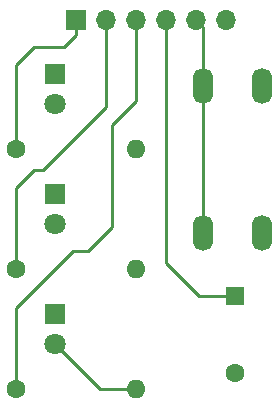
<source format=gtl>
G04 #@! TF.GenerationSoftware,KiCad,Pcbnew,(5.1.2)-1*
G04 #@! TF.CreationDate,2024-09-09T18:42:11+01:00*
G04 #@! TF.ProjectId,Starter_PCB01,53746172-7465-4725-9f50-434230312e6b,rev?*
G04 #@! TF.SameCoordinates,Original*
G04 #@! TF.FileFunction,Copper,L1,Top*
G04 #@! TF.FilePolarity,Positive*
%FSLAX46Y46*%
G04 Gerber Fmt 4.6, Leading zero omitted, Abs format (unit mm)*
G04 Created by KiCad (PCBNEW (5.1.2)-1) date 2024-09-09 18:42:11*
%MOMM*%
%LPD*%
G04 APERTURE LIST*
%ADD10O,1.727200X3.048000*%
%ADD11R,1.600000X1.600000*%
%ADD12C,1.600000*%
%ADD13C,1.800000*%
%ADD14R,1.800000X1.800000*%
%ADD15O,1.600000X1.600000*%
%ADD16R,1.700000X1.700000*%
%ADD17O,1.700000X1.700000*%
%ADD18C,0.250000*%
G04 APERTURE END LIST*
D10*
X163656000Y-77978000D03*
X168656000Y-77978000D03*
X163656000Y-90478000D03*
X168656000Y-90478000D03*
D11*
X166370000Y-95758000D03*
D12*
X166370000Y-102258000D03*
D13*
X151130000Y-79502000D03*
D14*
X151130000Y-76962000D03*
D12*
X147828000Y-93472000D03*
D15*
X157988000Y-93472000D03*
X157988000Y-83312000D03*
D12*
X147828000Y-83312000D03*
D14*
X151130000Y-87122000D03*
D13*
X151130000Y-89662000D03*
D12*
X147828000Y-103632000D03*
D15*
X157988000Y-103632000D03*
D14*
X151130000Y-97282000D03*
D13*
X151130000Y-99822000D03*
D16*
X152908000Y-72390000D03*
D17*
X155448000Y-72390000D03*
X157988000Y-72390000D03*
X160528000Y-72390000D03*
X163068000Y-72390000D03*
X165608000Y-72390000D03*
D18*
X163322000Y-95758000D02*
X160528000Y-92964000D01*
X160528000Y-92964000D02*
X160528000Y-72390000D01*
X163322000Y-95758000D02*
X166370000Y-95758000D01*
X154940000Y-103632000D02*
X157988000Y-103632000D01*
X151130000Y-99822000D02*
X154940000Y-103632000D01*
X152908000Y-73660000D02*
X152908000Y-72390000D01*
X151892000Y-74676000D02*
X152908000Y-73660000D01*
X149352000Y-74676000D02*
X151892000Y-74676000D01*
X147828000Y-83312000D02*
X147828000Y-76200000D01*
X147828000Y-76200000D02*
X149352000Y-74676000D01*
X147828000Y-93472000D02*
X147828000Y-86614000D01*
X147828000Y-86614000D02*
X149352000Y-85090000D01*
X149352000Y-85090000D02*
X150114000Y-85090000D01*
X155448000Y-79756000D02*
X155448000Y-72390000D01*
X150114000Y-85090000D02*
X155448000Y-79756000D01*
X147828000Y-103632000D02*
X147828000Y-96774000D01*
X147828000Y-96774000D02*
X152654000Y-91948000D01*
X152654000Y-91948000D02*
X153924000Y-91948000D01*
X153924000Y-91948000D02*
X155956000Y-89916000D01*
X155956000Y-89916000D02*
X155956000Y-81280000D01*
X157988000Y-79248000D02*
X157988000Y-72390000D01*
X155956000Y-81280000D02*
X157988000Y-79248000D01*
X163656000Y-88704000D02*
X163656000Y-77978000D01*
X163656000Y-90478000D02*
X163656000Y-88704000D01*
X163656000Y-72978000D02*
X163068000Y-72390000D01*
X163656000Y-77978000D02*
X163656000Y-72978000D01*
M02*

</source>
